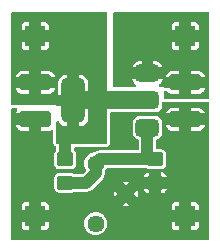
<source format=gbr>
%TF.GenerationSoftware,KiCad,Pcbnew,8.0.3*%
%TF.CreationDate,2024-07-23T13:34:38+02:00*%
%TF.ProjectId,TinyLDOP,54696e79-4c44-44f5-902e-6b696361645f,rev?*%
%TF.SameCoordinates,Original*%
%TF.FileFunction,Copper,L1,Top*%
%TF.FilePolarity,Positive*%
%FSLAX46Y46*%
G04 Gerber Fmt 4.6, Leading zero omitted, Abs format (unit mm)*
G04 Created by KiCad (PCBNEW 8.0.3) date 2024-07-23 13:34:38*
%MOMM*%
%LPD*%
G01*
G04 APERTURE LIST*
G04 Aperture macros list*
%AMRoundRect*
0 Rectangle with rounded corners*
0 $1 Rounding radius*
0 $2 $3 $4 $5 $6 $7 $8 $9 X,Y pos of 4 corners*
0 Add a 4 corners polygon primitive as box body*
4,1,4,$2,$3,$4,$5,$6,$7,$8,$9,$2,$3,0*
0 Add four circle primitives for the rounded corners*
1,1,$1+$1,$2,$3*
1,1,$1+$1,$4,$5*
1,1,$1+$1,$6,$7*
1,1,$1+$1,$8,$9*
0 Add four rect primitives between the rounded corners*
20,1,$1+$1,$2,$3,$4,$5,0*
20,1,$1+$1,$4,$5,$6,$7,0*
20,1,$1+$1,$6,$7,$8,$9,0*
20,1,$1+$1,$8,$9,$2,$3,0*%
G04 Aperture macros list end*
%TA.AperFunction,SMDPad,CuDef*%
%ADD10RoundRect,0.250000X1.100000X-0.412500X1.100000X0.412500X-1.100000X0.412500X-1.100000X-0.412500X0*%
%TD*%
%TA.AperFunction,SMDPad,CuDef*%
%ADD11RoundRect,0.250000X-0.450000X0.350000X-0.450000X-0.350000X0.450000X-0.350000X0.450000X0.350000X0*%
%TD*%
%TA.AperFunction,ComponentPad*%
%ADD12C,1.440000*%
%TD*%
%TA.AperFunction,SMDPad,CuDef*%
%ADD13RoundRect,0.375000X0.625000X0.375000X-0.625000X0.375000X-0.625000X-0.375000X0.625000X-0.375000X0*%
%TD*%
%TA.AperFunction,SMDPad,CuDef*%
%ADD14RoundRect,0.500000X0.500000X1.400000X-0.500000X1.400000X-0.500000X-1.400000X0.500000X-1.400000X0*%
%TD*%
%TA.AperFunction,SMDPad,CuDef*%
%ADD15RoundRect,0.250000X0.450000X-0.350000X0.450000X0.350000X-0.450000X0.350000X-0.450000X-0.350000X0*%
%TD*%
%TA.AperFunction,ComponentPad*%
%ADD16R,1.700000X1.700000*%
%TD*%
%TA.AperFunction,Conductor*%
%ADD17C,1.500000*%
%TD*%
%TA.AperFunction,Conductor*%
%ADD18C,1.000000*%
%TD*%
G04 APERTURE END LIST*
D10*
%TO.P,C2,1*%
%TO.N,GND*%
X81280000Y-68021000D03*
%TO.P,C2,2*%
%TO.N,/Vin*%
X81280000Y-64896000D03*
%TD*%
%TO.P,C1,1*%
%TO.N,GND*%
X68580000Y-68021000D03*
%TO.P,C1,2*%
%TO.N,/Vout*%
X68580000Y-64896000D03*
%TD*%
D11*
%TO.P,R1,1*%
%TO.N,/Vout*%
X71120000Y-71390000D03*
%TO.P,R1,2*%
%TO.N,/LDO_adj*%
X71120000Y-73390000D03*
%TD*%
D12*
%TO.P,RV1,1,1*%
%TO.N,/LDO_adj*%
X73705000Y-71770000D03*
%TO.P,RV1,2,2*%
%TO.N,GND*%
X76245000Y-74310000D03*
%TO.P,RV1,3,3*%
%TO.N,unconnected-(RV1-Pad3)*%
X73705000Y-76850000D03*
%TD*%
D13*
%TO.P,U1,1,ADJ*%
%TO.N,/LDO_adj*%
X78080000Y-68721000D03*
%TO.P,U1,2,VO*%
%TO.N,/Vout*%
X78080000Y-66421000D03*
D14*
X71780000Y-66421000D03*
D13*
%TO.P,U1,3,VI*%
%TO.N,/Vin*%
X78080000Y-64121000D03*
%TD*%
D15*
%TO.P,C3,1*%
%TO.N,GND*%
X78740000Y-73390000D03*
%TO.P,C3,2*%
%TO.N,/LDO_adj*%
X78740000Y-71390000D03*
%TD*%
D16*
%TO.P,J4,1,Pin_1*%
%TO.N,GND*%
X81280000Y-76200000D03*
%TD*%
%TO.P,J2,1,Pin_1*%
%TO.N,/Vin*%
X81280000Y-60960000D03*
%TD*%
%TO.P,J1,1,Pin_1*%
%TO.N,/Vout*%
X68580000Y-60960000D03*
%TD*%
%TO.P,J3,1,Pin_1*%
%TO.N,GND*%
X68580000Y-76200000D03*
%TD*%
D17*
%TO.N,/Vout*%
X78080000Y-66421000D02*
X71780000Y-66421000D01*
D18*
X71120000Y-71390000D02*
X71120000Y-69596000D01*
%TO.N,/LDO_adj*%
X77724000Y-71390000D02*
X74085000Y-71390000D01*
X78080000Y-71034000D02*
X77724000Y-71390000D01*
X72914000Y-73390000D02*
X73705000Y-72599000D01*
X73705000Y-72599000D02*
X73705000Y-71770000D01*
X71120000Y-73390000D02*
X72914000Y-73390000D01*
X74085000Y-71390000D02*
X73705000Y-71770000D01*
X78080000Y-68721000D02*
X78080000Y-71034000D01*
X78740000Y-71390000D02*
X77724000Y-71390000D01*
%TD*%
%TA.AperFunction,Conductor*%
%TO.N,GND*%
G36*
X79489434Y-66520186D02*
G01*
X79554015Y-66539150D01*
X79554019Y-66539150D01*
X79554021Y-66539151D01*
X79565652Y-66540823D01*
X79626000Y-66549500D01*
X79626001Y-66549500D01*
X83195500Y-66549500D01*
X83262539Y-66569185D01*
X83308294Y-66621989D01*
X83319500Y-66673500D01*
X83319500Y-78115500D01*
X83299815Y-78182539D01*
X83247011Y-78228294D01*
X83195500Y-78239500D01*
X66664500Y-78239500D01*
X66597461Y-78219815D01*
X66551706Y-78167011D01*
X66540500Y-78115500D01*
X66540500Y-77094785D01*
X67430001Y-77094785D01*
X67430002Y-77094808D01*
X67432908Y-77119869D01*
X67432909Y-77119873D01*
X67478211Y-77222474D01*
X67478214Y-77222479D01*
X67557520Y-77301785D01*
X67557525Y-77301788D01*
X67660123Y-77347089D01*
X67685206Y-77349999D01*
X68079999Y-77349999D01*
X69080000Y-77349999D01*
X69474786Y-77349999D01*
X69474808Y-77349997D01*
X69499869Y-77347091D01*
X69499873Y-77347090D01*
X69602474Y-77301788D01*
X69602479Y-77301785D01*
X69681785Y-77222479D01*
X69681788Y-77222474D01*
X69727089Y-77119877D01*
X69727089Y-77119875D01*
X69729999Y-77094794D01*
X69730000Y-77094791D01*
X69730000Y-76850000D01*
X72729804Y-76850000D01*
X72748541Y-77040249D01*
X72804037Y-77223195D01*
X72894150Y-77391784D01*
X72894155Y-77391791D01*
X73015431Y-77539568D01*
X73118267Y-77623962D01*
X73163210Y-77660846D01*
X73163213Y-77660847D01*
X73163215Y-77660849D01*
X73331804Y-77750962D01*
X73331806Y-77750962D01*
X73331809Y-77750964D01*
X73514749Y-77806458D01*
X73705000Y-77825196D01*
X73895251Y-77806458D01*
X74078191Y-77750964D01*
X74246790Y-77660846D01*
X74394568Y-77539568D01*
X74515846Y-77391790D01*
X74605964Y-77223191D01*
X74644915Y-77094785D01*
X80130001Y-77094785D01*
X80130002Y-77094808D01*
X80132908Y-77119869D01*
X80132909Y-77119873D01*
X80178211Y-77222474D01*
X80178214Y-77222479D01*
X80257520Y-77301785D01*
X80257525Y-77301788D01*
X80360123Y-77347089D01*
X80385206Y-77349999D01*
X80779999Y-77349999D01*
X81780000Y-77349999D01*
X82174786Y-77349999D01*
X82174808Y-77349997D01*
X82199869Y-77347091D01*
X82199873Y-77347090D01*
X82302474Y-77301788D01*
X82302479Y-77301785D01*
X82381785Y-77222479D01*
X82381788Y-77222474D01*
X82427089Y-77119877D01*
X82427089Y-77119875D01*
X82429999Y-77094794D01*
X82430000Y-77094791D01*
X82430000Y-76700000D01*
X81780000Y-76700000D01*
X81780000Y-77349999D01*
X80779999Y-77349999D01*
X80780000Y-77349998D01*
X80780000Y-76700000D01*
X80130001Y-76700000D01*
X80130001Y-77094785D01*
X74644915Y-77094785D01*
X74661458Y-77040251D01*
X74680196Y-76850000D01*
X74661458Y-76659749D01*
X74605964Y-76476809D01*
X74605962Y-76476806D01*
X74605962Y-76476804D01*
X74515849Y-76308215D01*
X74515847Y-76308213D01*
X74515846Y-76308210D01*
X74478962Y-76263267D01*
X74394568Y-76160431D01*
X74362573Y-76134174D01*
X80780000Y-76134174D01*
X80780000Y-76265826D01*
X80814075Y-76392993D01*
X80879901Y-76507007D01*
X80972993Y-76600099D01*
X81087007Y-76665925D01*
X81214174Y-76700000D01*
X81345826Y-76700000D01*
X81472993Y-76665925D01*
X81587007Y-76600099D01*
X81680099Y-76507007D01*
X81745925Y-76392993D01*
X81780000Y-76265826D01*
X81780000Y-76134174D01*
X81745925Y-76007007D01*
X81680099Y-75892993D01*
X81587007Y-75799901D01*
X81472993Y-75734075D01*
X81345826Y-75700000D01*
X81780000Y-75700000D01*
X82429999Y-75700000D01*
X82429999Y-75305214D01*
X82429997Y-75305191D01*
X82427091Y-75280130D01*
X82427090Y-75280126D01*
X82381788Y-75177525D01*
X82381785Y-75177520D01*
X82302479Y-75098214D01*
X82302474Y-75098211D01*
X82199876Y-75052910D01*
X82174794Y-75050000D01*
X81780000Y-75050000D01*
X81780000Y-75700000D01*
X81345826Y-75700000D01*
X81214174Y-75700000D01*
X81087007Y-75734075D01*
X80972993Y-75799901D01*
X80879901Y-75892993D01*
X80814075Y-76007007D01*
X80780000Y-76134174D01*
X74362573Y-76134174D01*
X74246791Y-76039155D01*
X74246784Y-76039150D01*
X74078195Y-75949037D01*
X73895249Y-75893541D01*
X73705000Y-75874804D01*
X73514750Y-75893541D01*
X73331804Y-75949037D01*
X73163215Y-76039150D01*
X73163208Y-76039155D01*
X73015431Y-76160431D01*
X72894155Y-76308208D01*
X72894150Y-76308215D01*
X72804037Y-76476804D01*
X72748541Y-76659750D01*
X72729804Y-76850000D01*
X69730000Y-76850000D01*
X69730000Y-76700000D01*
X69080000Y-76700000D01*
X69080000Y-77349999D01*
X68079999Y-77349999D01*
X68080000Y-77349998D01*
X68080000Y-76700000D01*
X67430001Y-76700000D01*
X67430001Y-77094785D01*
X66540500Y-77094785D01*
X66540500Y-76134174D01*
X68080000Y-76134174D01*
X68080000Y-76265826D01*
X68114075Y-76392993D01*
X68179901Y-76507007D01*
X68272993Y-76600099D01*
X68387007Y-76665925D01*
X68514174Y-76700000D01*
X68645826Y-76700000D01*
X68772993Y-76665925D01*
X68887007Y-76600099D01*
X68980099Y-76507007D01*
X69045925Y-76392993D01*
X69080000Y-76265826D01*
X69080000Y-76134174D01*
X69045925Y-76007007D01*
X68980099Y-75892993D01*
X68887007Y-75799901D01*
X68772993Y-75734075D01*
X68645826Y-75700000D01*
X69080000Y-75700000D01*
X69729999Y-75700000D01*
X69729999Y-75305214D01*
X69729997Y-75305191D01*
X69728513Y-75292389D01*
X75969715Y-75292389D01*
X75969716Y-75292390D01*
X76045042Y-75315240D01*
X76045044Y-75315241D01*
X76245000Y-75334934D01*
X76444955Y-75315241D01*
X76444957Y-75315240D01*
X76478037Y-75305205D01*
X80130000Y-75305205D01*
X80130000Y-75700000D01*
X80780000Y-75700000D01*
X80780000Y-75050000D01*
X80385214Y-75050000D01*
X80385191Y-75050002D01*
X80360130Y-75052908D01*
X80360126Y-75052909D01*
X80257525Y-75098211D01*
X80257520Y-75098214D01*
X80178214Y-75177520D01*
X80178211Y-75177525D01*
X80132910Y-75280122D01*
X80132910Y-75280124D01*
X80130000Y-75305205D01*
X76478037Y-75305205D01*
X76520282Y-75292390D01*
X76520283Y-75292389D01*
X76245001Y-75017107D01*
X76245000Y-75017107D01*
X75969715Y-75292389D01*
X69728513Y-75292389D01*
X69727091Y-75280130D01*
X69727090Y-75280126D01*
X69681788Y-75177525D01*
X69681785Y-75177520D01*
X69602479Y-75098214D01*
X69602474Y-75098211D01*
X69499876Y-75052910D01*
X69474794Y-75050000D01*
X69080000Y-75050000D01*
X69080000Y-75700000D01*
X68645826Y-75700000D01*
X68514174Y-75700000D01*
X68387007Y-75734075D01*
X68272993Y-75799901D01*
X68179901Y-75892993D01*
X68114075Y-76007007D01*
X68080000Y-76134174D01*
X66540500Y-76134174D01*
X66540500Y-75305205D01*
X67430000Y-75305205D01*
X67430000Y-75700000D01*
X68080000Y-75700000D01*
X68080000Y-75050000D01*
X67685214Y-75050000D01*
X67685191Y-75050002D01*
X67660130Y-75052908D01*
X67660126Y-75052909D01*
X67557525Y-75098211D01*
X67557520Y-75098214D01*
X67478214Y-75177520D01*
X67478211Y-75177525D01*
X67432910Y-75280122D01*
X67432910Y-75280124D01*
X67430000Y-75305205D01*
X66540500Y-75305205D01*
X66540500Y-74310000D01*
X75220065Y-74310000D01*
X75239758Y-74509952D01*
X75262609Y-74585282D01*
X75537893Y-74310000D01*
X75485232Y-74257339D01*
X75845000Y-74257339D01*
X75845000Y-74362661D01*
X75872259Y-74464394D01*
X75924920Y-74555606D01*
X75999394Y-74630080D01*
X76090606Y-74682741D01*
X76192339Y-74710000D01*
X76297661Y-74710000D01*
X76399394Y-74682741D01*
X76490606Y-74630080D01*
X76565080Y-74555606D01*
X76617741Y-74464394D01*
X76645000Y-74362661D01*
X76645000Y-74309999D01*
X76952107Y-74309999D01*
X76952107Y-74310001D01*
X77227389Y-74585283D01*
X77227390Y-74585282D01*
X77250240Y-74509957D01*
X77250241Y-74509955D01*
X77269934Y-74310000D01*
X77250241Y-74110044D01*
X77250240Y-74110042D01*
X77227390Y-74034716D01*
X77227389Y-74034715D01*
X76952107Y-74309999D01*
X76645000Y-74309999D01*
X76645000Y-74257339D01*
X76617741Y-74155606D01*
X76565080Y-74064394D01*
X76490606Y-73989920D01*
X76399394Y-73937259D01*
X76297661Y-73910000D01*
X76192339Y-73910000D01*
X76090606Y-73937259D01*
X75999394Y-73989920D01*
X75924920Y-74064394D01*
X75872259Y-74155606D01*
X75845000Y-74257339D01*
X75485232Y-74257339D01*
X75262609Y-74034716D01*
X75239758Y-74110046D01*
X75220065Y-74310000D01*
X66540500Y-74310000D01*
X66540500Y-72992127D01*
X70169500Y-72992127D01*
X70169500Y-73787870D01*
X70169501Y-73787876D01*
X70175908Y-73847483D01*
X70226202Y-73982328D01*
X70226206Y-73982335D01*
X70312452Y-74097544D01*
X70312455Y-74097547D01*
X70427664Y-74183793D01*
X70427671Y-74183797D01*
X70562517Y-74234091D01*
X70562516Y-74234091D01*
X70569444Y-74234835D01*
X70622127Y-74240500D01*
X71617872Y-74240499D01*
X71677483Y-74234091D01*
X71812331Y-74183796D01*
X71837128Y-74165233D01*
X71902592Y-74140816D01*
X71911439Y-74140500D01*
X72987920Y-74140500D01*
X73085462Y-74121096D01*
X73132913Y-74111658D01*
X73269495Y-74055084D01*
X73318729Y-74022186D01*
X73392416Y-73972952D01*
X73475368Y-73890000D01*
X77757932Y-73890000D01*
X77806079Y-74012095D01*
X77897435Y-74132564D01*
X78017904Y-74223920D01*
X78158557Y-74279386D01*
X78240000Y-74289165D01*
X79240000Y-74289165D01*
X79321442Y-74279386D01*
X79462095Y-74223920D01*
X79582564Y-74132564D01*
X79673920Y-74012095D01*
X79722068Y-73890000D01*
X79240000Y-73890000D01*
X79240000Y-74289165D01*
X78240000Y-74289165D01*
X78240000Y-73890000D01*
X77757932Y-73890000D01*
X73475368Y-73890000D01*
X74037759Y-73327609D01*
X75969716Y-73327609D01*
X76245000Y-73602893D01*
X76245001Y-73602893D01*
X76520282Y-73327609D01*
X76444950Y-73304758D01*
X76444954Y-73304758D01*
X76245000Y-73285065D01*
X76045046Y-73304758D01*
X75969716Y-73327609D01*
X74037759Y-73327609D01*
X74287952Y-73077416D01*
X74344939Y-72992127D01*
X74370084Y-72954495D01*
X74396799Y-72890000D01*
X77757932Y-72890000D01*
X78240000Y-72890000D01*
X79240000Y-72890000D01*
X79722068Y-72890000D01*
X79673920Y-72767904D01*
X79582564Y-72647435D01*
X79462095Y-72556079D01*
X79321443Y-72500613D01*
X79240000Y-72490832D01*
X79240000Y-72890000D01*
X78240000Y-72890000D01*
X78240000Y-72490832D01*
X78239999Y-72490832D01*
X78158556Y-72500613D01*
X78017904Y-72556079D01*
X77897435Y-72647435D01*
X77806079Y-72767904D01*
X77757932Y-72890000D01*
X74396799Y-72890000D01*
X74426658Y-72817913D01*
X74455500Y-72672918D01*
X74455500Y-72429689D01*
X74475185Y-72362650D01*
X74483648Y-72351023D01*
X74515844Y-72311792D01*
X74515846Y-72311790D01*
X74572367Y-72206045D01*
X74621329Y-72156203D01*
X74681725Y-72140500D01*
X77650082Y-72140500D01*
X77650083Y-72140500D01*
X77797917Y-72140500D01*
X77948561Y-72140500D01*
X78015600Y-72160185D01*
X78022872Y-72165233D01*
X78047668Y-72183795D01*
X78047671Y-72183797D01*
X78182517Y-72234091D01*
X78182516Y-72234091D01*
X78189444Y-72234835D01*
X78242127Y-72240500D01*
X78252001Y-72240499D01*
X78263202Y-72243787D01*
X78268226Y-72241564D01*
X78284428Y-72240499D01*
X79195557Y-72240499D01*
X79205178Y-72243324D01*
X79207485Y-72242205D01*
X79227983Y-72240499D01*
X79237872Y-72240499D01*
X79297483Y-72234091D01*
X79432331Y-72183796D01*
X79547546Y-72097546D01*
X79633796Y-71982331D01*
X79684091Y-71847483D01*
X79690500Y-71787873D01*
X79690499Y-70992128D01*
X79684091Y-70932517D01*
X79639716Y-70813542D01*
X79633797Y-70797671D01*
X79633793Y-70797664D01*
X79547547Y-70682455D01*
X79547544Y-70682452D01*
X79432335Y-70596206D01*
X79432328Y-70596202D01*
X79297482Y-70545908D01*
X79297483Y-70545908D01*
X79237883Y-70539501D01*
X79237881Y-70539500D01*
X79237873Y-70539500D01*
X79237865Y-70539500D01*
X78954500Y-70539500D01*
X78887461Y-70519815D01*
X78841706Y-70467011D01*
X78830500Y-70415500D01*
X78830500Y-69804003D01*
X78850185Y-69736964D01*
X78902989Y-69691209D01*
X78919900Y-69684928D01*
X78955390Y-69674618D01*
X79091420Y-69594170D01*
X79203170Y-69482420D01*
X79283618Y-69346390D01*
X79327709Y-69194627D01*
X79330500Y-69159163D01*
X79330499Y-68521000D01*
X79635337Y-68521000D01*
X79640613Y-68564942D01*
X79696079Y-68705595D01*
X79787435Y-68826064D01*
X79907904Y-68917420D01*
X80048556Y-68972886D01*
X80136946Y-68983500D01*
X80780000Y-68983500D01*
X81780000Y-68983500D01*
X82423054Y-68983500D01*
X82511443Y-68972886D01*
X82652095Y-68917420D01*
X82772564Y-68826064D01*
X82863920Y-68705595D01*
X82919386Y-68564942D01*
X82924663Y-68521000D01*
X81780000Y-68521000D01*
X81780000Y-68983500D01*
X80780000Y-68983500D01*
X80780000Y-68521000D01*
X79635337Y-68521000D01*
X79330499Y-68521000D01*
X79330499Y-68282838D01*
X79327709Y-68247373D01*
X79283618Y-68095610D01*
X79203170Y-67959580D01*
X79203168Y-67959578D01*
X79203165Y-67959574D01*
X79091425Y-67847834D01*
X79091416Y-67847827D01*
X78955390Y-67767382D01*
X78955385Y-67767380D01*
X78803633Y-67723292D01*
X78803620Y-67723290D01*
X78768163Y-67720500D01*
X77391849Y-67720500D01*
X77391824Y-67720501D01*
X77356372Y-67723291D01*
X77204614Y-67767380D01*
X77204609Y-67767382D01*
X77068583Y-67847827D01*
X77068574Y-67847834D01*
X76956834Y-67959574D01*
X76956827Y-67959583D01*
X76876382Y-68095609D01*
X76876380Y-68095614D01*
X76832292Y-68247366D01*
X76832290Y-68247379D01*
X76829500Y-68282829D01*
X76829500Y-69159150D01*
X76829501Y-69159175D01*
X76832291Y-69194627D01*
X76876380Y-69346385D01*
X76876382Y-69346390D01*
X76956827Y-69482416D01*
X76956834Y-69482425D01*
X77068574Y-69594165D01*
X77068578Y-69594168D01*
X77068580Y-69594170D01*
X77204610Y-69674618D01*
X77240094Y-69684926D01*
X77298979Y-69722532D01*
X77328187Y-69786004D01*
X77329500Y-69804003D01*
X77329500Y-70515500D01*
X77309815Y-70582539D01*
X77257011Y-70628294D01*
X77205500Y-70639500D01*
X74011080Y-70639500D01*
X73866092Y-70668340D01*
X73866086Y-70668342D01*
X73729508Y-70724914D01*
X73729496Y-70724921D01*
X73636887Y-70786799D01*
X73580154Y-70807099D01*
X73514750Y-70813541D01*
X73331804Y-70869037D01*
X73163215Y-70959150D01*
X73163208Y-70959155D01*
X73015431Y-71080431D01*
X72894155Y-71228208D01*
X72894150Y-71228215D01*
X72804037Y-71396804D01*
X72748541Y-71579750D01*
X72729804Y-71770000D01*
X72748541Y-71960249D01*
X72748542Y-71960251D01*
X72804036Y-72143191D01*
X72857558Y-72243324D01*
X72863581Y-72254591D01*
X72877823Y-72322994D01*
X72852823Y-72388238D01*
X72841905Y-72400726D01*
X72639449Y-72603182D01*
X72578129Y-72636666D01*
X72551770Y-72639500D01*
X71911439Y-72639500D01*
X71844400Y-72619815D01*
X71837128Y-72614767D01*
X71812331Y-72596204D01*
X71812328Y-72596202D01*
X71677482Y-72545908D01*
X71677483Y-72545908D01*
X71617883Y-72539501D01*
X71617881Y-72539500D01*
X71617873Y-72539500D01*
X71617864Y-72539500D01*
X70622129Y-72539500D01*
X70622123Y-72539501D01*
X70562516Y-72545908D01*
X70427671Y-72596202D01*
X70427664Y-72596206D01*
X70312455Y-72682452D01*
X70312452Y-72682455D01*
X70226206Y-72797664D01*
X70226202Y-72797671D01*
X70175908Y-72932517D01*
X70169501Y-72992116D01*
X70169500Y-72992127D01*
X66540500Y-72992127D01*
X66540500Y-68521000D01*
X66935337Y-68521000D01*
X66940613Y-68564942D01*
X66996079Y-68705595D01*
X67087435Y-68826064D01*
X67207904Y-68917420D01*
X67348556Y-68972886D01*
X67436946Y-68983500D01*
X68080000Y-68983500D01*
X68080000Y-68521000D01*
X66935337Y-68521000D01*
X66540500Y-68521000D01*
X66540500Y-67181500D01*
X66560185Y-67114461D01*
X66612989Y-67068706D01*
X66664500Y-67057500D01*
X66957926Y-67057500D01*
X67024965Y-67077185D01*
X67070720Y-67129989D01*
X67080664Y-67199147D01*
X67056730Y-67256426D01*
X66996079Y-67336404D01*
X66940613Y-67477057D01*
X66935337Y-67521000D01*
X68956000Y-67521000D01*
X69023039Y-67540685D01*
X69068794Y-67593489D01*
X69080000Y-67645000D01*
X69080000Y-68983500D01*
X69723054Y-68983500D01*
X69811446Y-68972885D01*
X69933010Y-68924947D01*
X70002596Y-68918665D01*
X70064533Y-68951002D01*
X70099154Y-69011690D01*
X70102500Y-69040301D01*
X70102500Y-69980002D01*
X70108338Y-70034312D01*
X70119543Y-70085818D01*
X70119546Y-70085827D01*
X70126779Y-70112192D01*
X70126783Y-70112203D01*
X70176105Y-70198818D01*
X70176110Y-70198825D01*
X70176112Y-70198828D01*
X70202580Y-70229374D01*
X70221863Y-70251628D01*
X70221866Y-70251631D01*
X70221867Y-70251632D01*
X70254641Y-70283257D01*
X70302978Y-70308542D01*
X70353254Y-70357055D01*
X70369500Y-70418415D01*
X70369500Y-70577679D01*
X70349815Y-70644718D01*
X70319813Y-70676944D01*
X70312459Y-70682449D01*
X70312451Y-70682457D01*
X70226206Y-70797664D01*
X70226202Y-70797671D01*
X70175908Y-70932517D01*
X70169501Y-70992116D01*
X70169501Y-70992123D01*
X70169500Y-70992135D01*
X70169500Y-71787870D01*
X70169501Y-71787876D01*
X70175908Y-71847483D01*
X70226202Y-71982328D01*
X70226206Y-71982335D01*
X70312452Y-72097544D01*
X70312455Y-72097547D01*
X70427664Y-72183793D01*
X70427671Y-72183797D01*
X70562517Y-72234091D01*
X70562516Y-72234091D01*
X70569444Y-72234835D01*
X70622127Y-72240500D01*
X71617872Y-72240499D01*
X71677483Y-72234091D01*
X71812331Y-72183796D01*
X71927546Y-72097546D01*
X72013796Y-71982331D01*
X72064091Y-71847483D01*
X72070500Y-71787873D01*
X72070499Y-70992128D01*
X72064091Y-70932517D01*
X72019716Y-70813542D01*
X72013797Y-70797671D01*
X72013793Y-70797664D01*
X71927548Y-70682457D01*
X71927546Y-70682454D01*
X71927542Y-70682451D01*
X71927540Y-70682449D01*
X71920187Y-70676944D01*
X71878317Y-70621009D01*
X71870500Y-70577679D01*
X71870500Y-70483500D01*
X71890185Y-70416461D01*
X71942989Y-70370706D01*
X71994500Y-70359500D01*
X74552000Y-70359500D01*
X74606313Y-70353661D01*
X74657824Y-70342455D01*
X74684198Y-70335219D01*
X74731051Y-70308539D01*
X74770818Y-70285894D01*
X74770819Y-70285892D01*
X74770828Y-70285888D01*
X74823632Y-70240133D01*
X74855257Y-70207359D01*
X74901465Y-70119024D01*
X74903470Y-70112198D01*
X74911215Y-70085818D01*
X74921150Y-70051985D01*
X74931500Y-69980000D01*
X74931500Y-67545500D01*
X74938694Y-67521000D01*
X79635337Y-67521000D01*
X80780000Y-67521000D01*
X81780000Y-67521000D01*
X82924662Y-67521000D01*
X82919386Y-67477057D01*
X82863920Y-67336404D01*
X82772564Y-67215935D01*
X82652095Y-67124579D01*
X82511443Y-67069113D01*
X82423054Y-67058500D01*
X81780000Y-67058500D01*
X81780000Y-67521000D01*
X80780000Y-67521000D01*
X80780000Y-67058500D01*
X80136946Y-67058500D01*
X80048556Y-67069113D01*
X79907904Y-67124579D01*
X79787435Y-67215935D01*
X79696079Y-67336404D01*
X79640613Y-67477057D01*
X79635337Y-67521000D01*
X74938694Y-67521000D01*
X74951185Y-67478461D01*
X75003989Y-67432706D01*
X75055500Y-67421500D01*
X78192975Y-67421500D01*
X78192983Y-67421499D01*
X78768150Y-67421499D01*
X78768162Y-67421499D01*
X78803627Y-67418709D01*
X78955390Y-67374618D01*
X79091420Y-67294170D01*
X79203170Y-67182420D01*
X79283618Y-67046390D01*
X79327709Y-66894627D01*
X79330500Y-66859163D01*
X79330499Y-66639163D01*
X79350183Y-66572125D01*
X79402987Y-66526370D01*
X79472145Y-66516426D01*
X79489434Y-66520186D01*
G37*
%TD.AperFunction*%
%TD*%
%TA.AperFunction,Conductor*%
%TO.N,/Vin*%
G36*
X83262539Y-58940185D02*
G01*
X83308294Y-58992989D01*
X83319500Y-59044500D01*
X83319500Y-66170000D01*
X83299815Y-66237039D01*
X83247011Y-66282794D01*
X83195500Y-66294000D01*
X79626000Y-66294000D01*
X79558961Y-66274315D01*
X79513206Y-66221511D01*
X79502000Y-66170000D01*
X79502000Y-65693399D01*
X79521685Y-65626360D01*
X79574489Y-65580605D01*
X79643647Y-65570661D01*
X79707203Y-65599686D01*
X79724804Y-65618474D01*
X79787433Y-65701063D01*
X79907904Y-65792420D01*
X80048556Y-65847886D01*
X80136946Y-65858500D01*
X80780000Y-65858500D01*
X81780000Y-65858500D01*
X82423054Y-65858500D01*
X82511443Y-65847886D01*
X82652095Y-65792420D01*
X82772564Y-65701064D01*
X82863920Y-65580595D01*
X82919386Y-65439942D01*
X82924663Y-65396000D01*
X81780000Y-65396000D01*
X81780000Y-65858500D01*
X80780000Y-65858500D01*
X80780000Y-65396000D01*
X79626000Y-65396000D01*
X79558961Y-65376315D01*
X79513206Y-65323511D01*
X79503668Y-65279668D01*
X79502000Y-65278000D01*
X79160982Y-65278000D01*
X79093943Y-65258315D01*
X79048188Y-65205511D01*
X79038244Y-65136353D01*
X79067269Y-65072797D01*
X79096833Y-65047883D01*
X79124338Y-65031255D01*
X79124342Y-65031252D01*
X79240252Y-64915342D01*
X79240256Y-64915337D01*
X79325053Y-64775064D01*
X79325054Y-64775062D01*
X79373062Y-64621000D01*
X76786938Y-64621000D01*
X76834945Y-64775062D01*
X76834946Y-64775064D01*
X76919743Y-64915337D01*
X76919747Y-64915342D01*
X77035657Y-65031252D01*
X77035661Y-65031255D01*
X77063167Y-65047883D01*
X77110355Y-65099410D01*
X77122194Y-65168269D01*
X77094926Y-65232598D01*
X77037208Y-65271973D01*
X76999018Y-65278000D01*
X75308000Y-65278000D01*
X75240961Y-65258315D01*
X75195206Y-65205511D01*
X75184000Y-65154000D01*
X75184000Y-64396000D01*
X79635337Y-64396000D01*
X80780000Y-64396000D01*
X81780000Y-64396000D01*
X82924662Y-64396000D01*
X82919386Y-64352057D01*
X82863920Y-64211404D01*
X82772564Y-64090935D01*
X82652095Y-63999579D01*
X82511443Y-63944113D01*
X82423054Y-63933500D01*
X81780000Y-63933500D01*
X81780000Y-64396000D01*
X80780000Y-64396000D01*
X80780000Y-63933500D01*
X80136946Y-63933500D01*
X80048556Y-63944113D01*
X79907904Y-63999579D01*
X79787435Y-64090935D01*
X79696079Y-64211404D01*
X79640613Y-64352057D01*
X79635337Y-64396000D01*
X75184000Y-64396000D01*
X75184000Y-63620999D01*
X76786937Y-63620999D01*
X76786938Y-63621000D01*
X77580000Y-63621000D01*
X78580000Y-63621000D01*
X79373062Y-63621000D01*
X79373062Y-63620999D01*
X79325054Y-63466937D01*
X79325053Y-63466935D01*
X79240256Y-63326662D01*
X79240252Y-63326657D01*
X79124342Y-63210747D01*
X79124337Y-63210743D01*
X78984065Y-63125947D01*
X78827562Y-63077179D01*
X78759556Y-63071000D01*
X78580000Y-63071000D01*
X78580000Y-63621000D01*
X77580000Y-63621000D01*
X77580000Y-63071000D01*
X77400433Y-63071000D01*
X77332438Y-63077178D01*
X77332427Y-63077181D01*
X77175939Y-63125944D01*
X77175935Y-63125946D01*
X77035662Y-63210743D01*
X77035657Y-63210747D01*
X76919747Y-63326657D01*
X76919743Y-63326662D01*
X76834946Y-63466935D01*
X76834945Y-63466937D01*
X76786937Y-63620999D01*
X75184000Y-63620999D01*
X75184000Y-61854785D01*
X80130001Y-61854785D01*
X80130002Y-61854808D01*
X80132908Y-61879869D01*
X80132909Y-61879873D01*
X80178211Y-61982474D01*
X80178214Y-61982479D01*
X80257520Y-62061785D01*
X80257525Y-62061788D01*
X80360123Y-62107089D01*
X80385206Y-62109999D01*
X80779999Y-62109999D01*
X81780000Y-62109999D01*
X82174786Y-62109999D01*
X82174808Y-62109997D01*
X82199869Y-62107091D01*
X82199873Y-62107090D01*
X82302474Y-62061788D01*
X82302479Y-62061785D01*
X82381785Y-61982479D01*
X82381788Y-61982474D01*
X82427089Y-61879877D01*
X82427089Y-61879875D01*
X82429999Y-61854794D01*
X82430000Y-61854791D01*
X82430000Y-61460000D01*
X81780000Y-61460000D01*
X81780000Y-62109999D01*
X80779999Y-62109999D01*
X80780000Y-62109998D01*
X80780000Y-61460000D01*
X80130001Y-61460000D01*
X80130001Y-61854785D01*
X75184000Y-61854785D01*
X75184000Y-60894174D01*
X80780000Y-60894174D01*
X80780000Y-61025826D01*
X80814075Y-61152993D01*
X80879901Y-61267007D01*
X80972993Y-61360099D01*
X81087007Y-61425925D01*
X81214174Y-61460000D01*
X81345826Y-61460000D01*
X81472993Y-61425925D01*
X81587007Y-61360099D01*
X81680099Y-61267007D01*
X81745925Y-61152993D01*
X81780000Y-61025826D01*
X81780000Y-60894174D01*
X81745925Y-60767007D01*
X81680099Y-60652993D01*
X81587007Y-60559901D01*
X81472993Y-60494075D01*
X81345826Y-60460000D01*
X81780000Y-60460000D01*
X82429999Y-60460000D01*
X82429999Y-60065214D01*
X82429997Y-60065191D01*
X82427091Y-60040130D01*
X82427090Y-60040126D01*
X82381788Y-59937525D01*
X82381785Y-59937520D01*
X82302479Y-59858214D01*
X82302474Y-59858211D01*
X82199876Y-59812910D01*
X82174794Y-59810000D01*
X81780000Y-59810000D01*
X81780000Y-60460000D01*
X81345826Y-60460000D01*
X81214174Y-60460000D01*
X81087007Y-60494075D01*
X80972993Y-60559901D01*
X80879901Y-60652993D01*
X80814075Y-60767007D01*
X80780000Y-60894174D01*
X75184000Y-60894174D01*
X75184000Y-60065205D01*
X80130000Y-60065205D01*
X80130000Y-60460000D01*
X80780000Y-60460000D01*
X80780000Y-59810000D01*
X80385214Y-59810000D01*
X80385191Y-59810002D01*
X80360130Y-59812908D01*
X80360126Y-59812909D01*
X80257525Y-59858211D01*
X80257520Y-59858214D01*
X80178214Y-59937520D01*
X80178211Y-59937525D01*
X80132910Y-60040122D01*
X80132910Y-60040124D01*
X80130000Y-60065205D01*
X75184000Y-60065205D01*
X75184000Y-59044500D01*
X75203685Y-58977461D01*
X75256489Y-58931706D01*
X75308000Y-58920500D01*
X83195500Y-58920500D01*
X83262539Y-58940185D01*
G37*
%TD.AperFunction*%
%TD*%
%TA.AperFunction,Conductor*%
%TO.N,/Vout*%
G36*
X74619039Y-58940185D02*
G01*
X74664794Y-58992989D01*
X74676000Y-59044500D01*
X74676000Y-69980000D01*
X74656315Y-70047039D01*
X74603511Y-70092794D01*
X74552000Y-70104000D01*
X70482000Y-70104000D01*
X70414961Y-70084315D01*
X70369206Y-70031511D01*
X70358000Y-69980000D01*
X70358000Y-68287727D01*
X70377685Y-68220688D01*
X70430489Y-68174933D01*
X70499647Y-68164989D01*
X70563203Y-68194014D01*
X70586994Y-68221755D01*
X70650577Y-68322948D01*
X70778051Y-68450422D01*
X70930698Y-68546336D01*
X71100858Y-68605877D01*
X71235069Y-68620999D01*
X71235070Y-68621000D01*
X71280000Y-68621000D01*
X72280000Y-68621000D01*
X72324930Y-68621000D01*
X72324930Y-68620999D01*
X72459141Y-68605877D01*
X72629301Y-68546336D01*
X72781948Y-68450422D01*
X72909422Y-68322948D01*
X73005336Y-68170301D01*
X73064877Y-68000141D01*
X73079999Y-67865930D01*
X73080000Y-67865930D01*
X73080000Y-66921000D01*
X72280000Y-66921000D01*
X72280000Y-68621000D01*
X71280000Y-68621000D01*
X71280000Y-66921000D01*
X70482000Y-66921000D01*
X70414961Y-66901315D01*
X70369206Y-66848511D01*
X70359390Y-66803390D01*
X70358000Y-66802000D01*
X66664500Y-66802000D01*
X66597461Y-66782315D01*
X66551706Y-66729511D01*
X66540500Y-66678000D01*
X66540500Y-65396000D01*
X66935337Y-65396000D01*
X66940613Y-65439942D01*
X66996079Y-65580595D01*
X67087435Y-65701064D01*
X67207904Y-65792420D01*
X67348556Y-65847886D01*
X67436946Y-65858500D01*
X68080000Y-65858500D01*
X69080000Y-65858500D01*
X69723054Y-65858500D01*
X69811443Y-65847886D01*
X69952095Y-65792420D01*
X70072564Y-65701064D01*
X70163920Y-65580595D01*
X70219386Y-65439942D01*
X70224663Y-65396000D01*
X69080000Y-65396000D01*
X69080000Y-65858500D01*
X68080000Y-65858500D01*
X68080000Y-65396000D01*
X66935337Y-65396000D01*
X66540500Y-65396000D01*
X66540500Y-64976069D01*
X70480000Y-64976069D01*
X70480000Y-65921000D01*
X71280000Y-65921000D01*
X72280000Y-65921000D01*
X73080000Y-65921000D01*
X73080000Y-64976070D01*
X73079999Y-64976069D01*
X73064877Y-64841858D01*
X73005336Y-64671698D01*
X72909422Y-64519051D01*
X72781948Y-64391577D01*
X72629301Y-64295663D01*
X72459141Y-64236122D01*
X72324930Y-64221000D01*
X72280000Y-64221000D01*
X72280000Y-65921000D01*
X71280000Y-65921000D01*
X71280000Y-64221000D01*
X71235070Y-64221000D01*
X71100858Y-64236122D01*
X70930698Y-64295663D01*
X70778051Y-64391577D01*
X70650577Y-64519051D01*
X70554663Y-64671698D01*
X70495122Y-64841858D01*
X70480000Y-64976069D01*
X66540500Y-64976069D01*
X66540500Y-64396000D01*
X66935337Y-64396000D01*
X68080000Y-64396000D01*
X69080000Y-64396000D01*
X70224662Y-64396000D01*
X70219386Y-64352057D01*
X70163920Y-64211404D01*
X70072564Y-64090935D01*
X69952095Y-63999579D01*
X69811443Y-63944113D01*
X69723054Y-63933500D01*
X69080000Y-63933500D01*
X69080000Y-64396000D01*
X68080000Y-64396000D01*
X68080000Y-63933500D01*
X67436946Y-63933500D01*
X67348556Y-63944113D01*
X67207904Y-63999579D01*
X67087435Y-64090935D01*
X66996079Y-64211404D01*
X66940613Y-64352057D01*
X66935337Y-64396000D01*
X66540500Y-64396000D01*
X66540500Y-61854785D01*
X67430001Y-61854785D01*
X67430002Y-61854808D01*
X67432908Y-61879869D01*
X67432909Y-61879873D01*
X67478211Y-61982474D01*
X67478214Y-61982479D01*
X67557520Y-62061785D01*
X67557525Y-62061788D01*
X67660123Y-62107089D01*
X67685206Y-62109999D01*
X68079999Y-62109999D01*
X69080000Y-62109999D01*
X69474786Y-62109999D01*
X69474808Y-62109997D01*
X69499869Y-62107091D01*
X69499873Y-62107090D01*
X69602474Y-62061788D01*
X69602479Y-62061785D01*
X69681785Y-61982479D01*
X69681788Y-61982474D01*
X69727089Y-61879877D01*
X69727089Y-61879875D01*
X69729999Y-61854794D01*
X69730000Y-61854791D01*
X69730000Y-61460000D01*
X69080000Y-61460000D01*
X69080000Y-62109999D01*
X68079999Y-62109999D01*
X68080000Y-62109998D01*
X68080000Y-61460000D01*
X67430001Y-61460000D01*
X67430001Y-61854785D01*
X66540500Y-61854785D01*
X66540500Y-60894174D01*
X68080000Y-60894174D01*
X68080000Y-61025826D01*
X68114075Y-61152993D01*
X68179901Y-61267007D01*
X68272993Y-61360099D01*
X68387007Y-61425925D01*
X68514174Y-61460000D01*
X68645826Y-61460000D01*
X68772993Y-61425925D01*
X68887007Y-61360099D01*
X68980099Y-61267007D01*
X69045925Y-61152993D01*
X69080000Y-61025826D01*
X69080000Y-60894174D01*
X69045925Y-60767007D01*
X68980099Y-60652993D01*
X68887007Y-60559901D01*
X68772993Y-60494075D01*
X68645826Y-60460000D01*
X69080000Y-60460000D01*
X69729999Y-60460000D01*
X69729999Y-60065214D01*
X69729997Y-60065191D01*
X69727091Y-60040130D01*
X69727090Y-60040126D01*
X69681788Y-59937525D01*
X69681785Y-59937520D01*
X69602479Y-59858214D01*
X69602474Y-59858211D01*
X69499876Y-59812910D01*
X69474794Y-59810000D01*
X69080000Y-59810000D01*
X69080000Y-60460000D01*
X68645826Y-60460000D01*
X68514174Y-60460000D01*
X68387007Y-60494075D01*
X68272993Y-60559901D01*
X68179901Y-60652993D01*
X68114075Y-60767007D01*
X68080000Y-60894174D01*
X66540500Y-60894174D01*
X66540500Y-60065205D01*
X67430000Y-60065205D01*
X67430000Y-60460000D01*
X68080000Y-60460000D01*
X68080000Y-59810000D01*
X67685214Y-59810000D01*
X67685191Y-59810002D01*
X67660130Y-59812908D01*
X67660126Y-59812909D01*
X67557525Y-59858211D01*
X67557520Y-59858214D01*
X67478214Y-59937520D01*
X67478211Y-59937525D01*
X67432910Y-60040122D01*
X67432910Y-60040124D01*
X67430000Y-60065205D01*
X66540500Y-60065205D01*
X66540500Y-59044500D01*
X66560185Y-58977461D01*
X66612989Y-58931706D01*
X66664500Y-58920500D01*
X74552000Y-58920500D01*
X74619039Y-58940185D01*
G37*
%TD.AperFunction*%
%TD*%
M02*

</source>
